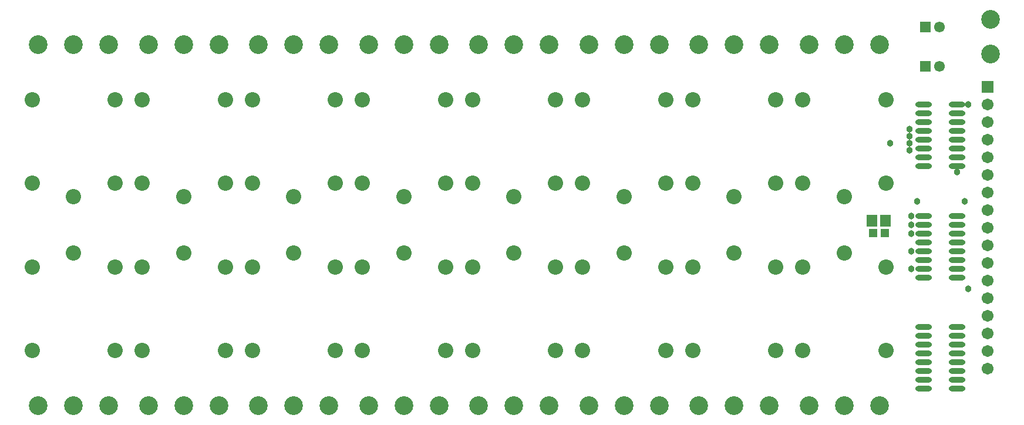
<source format=gts>
%FSDAX24Y24*%
%MOIN*%
%SFA1B1*%

%IPPOS*%
%ADD31O,0.094600X0.031600*%
%ADD32R,0.051300X0.047400*%
%ADD33R,0.059200X0.067100*%
%ADD34R,0.061100X0.061100*%
%ADD35C,0.061100*%
%ADD36R,0.067100X0.067100*%
%ADD37C,0.067100*%
%ADD38C,0.086700*%
%ADD39C,0.106400*%
%ADD40C,0.038000*%
%LNde-270124-1*%
%LPD*%
G54D31*
X061510Y029550D03*
Y029050D03*
Y028550D03*
Y028050D03*
Y027550D03*
Y027050D03*
Y026550D03*
Y026050D03*
X063400Y029550D03*
Y029050D03*
Y028550D03*
Y028050D03*
Y027550D03*
Y027050D03*
Y026550D03*
Y026050D03*
X061510Y023225D03*
Y022725D03*
Y022225D03*
Y021725D03*
Y021225D03*
Y020725D03*
Y020225D03*
Y019725D03*
X063400Y023225D03*
Y022725D03*
Y022225D03*
Y021725D03*
Y021225D03*
Y020725D03*
Y020225D03*
Y019725D03*
X061510Y016900D03*
Y016400D03*
Y015900D03*
Y015400D03*
Y014900D03*
Y014400D03*
Y013900D03*
Y013400D03*
X063400Y016900D03*
Y016400D03*
Y015900D03*
Y015400D03*
Y014900D03*
Y014400D03*
Y013900D03*
Y013400D03*
G54D32*
X059300Y022250D03*
X058631D03*
G54D33*
X058576Y022950D03*
X059324D03*
G54D34*
X061606Y031700D03*
Y033950D03*
G54D35*
X062394Y031700D03*
Y033950D03*
G54D36*
X065150Y030550D03*
G54D37*
X065150Y014550D03*
Y015550D03*
Y016550D03*
Y017550D03*
Y018550D03*
Y019550D03*
Y020550D03*
Y021550D03*
Y022550D03*
Y023550D03*
Y024550D03*
Y025550D03*
Y026550D03*
Y027550D03*
Y028550D03*
Y029550D03*
G54D38*
X035888Y015588D03*
X040612D03*
X035888Y020312D03*
X040612D03*
X038250Y021100D03*
X053112Y029812D03*
X048388D03*
X053112Y025088D03*
X048388D03*
X050750Y024300D03*
X015612Y029812D03*
X010888D03*
X015612Y025088D03*
X010888D03*
X013250Y024300D03*
X029638Y015588D03*
X034362D03*
X029638Y020312D03*
X034362D03*
X032000Y021100D03*
X059362Y029812D03*
X054638D03*
X059362Y025088D03*
X054638D03*
X057000Y024300D03*
X021862Y029812D03*
X017138D03*
X021862Y025088D03*
X017138D03*
X019500Y024300D03*
X023388Y015588D03*
X028112D03*
X023388Y020312D03*
X028112D03*
X025750Y021100D03*
X054638Y015588D03*
X059362D03*
X054638Y020312D03*
X059362D03*
X057000Y021100D03*
X028112Y029812D03*
X023388D03*
X028112Y025088D03*
X023388D03*
X025750Y024300D03*
X017138Y015588D03*
X021862D03*
X017138Y020312D03*
X021862D03*
X019500Y021100D03*
X048388Y015588D03*
X053112D03*
X048388Y020312D03*
X053112D03*
X050750Y021100D03*
X034362Y029812D03*
X029638D03*
X034362Y025088D03*
X029638D03*
X032000Y024300D03*
X010888Y015588D03*
X015612D03*
X010888Y020312D03*
X015612D03*
X013250Y021100D03*
X042138Y015588D03*
X046862D03*
X042138Y020312D03*
X046862D03*
X044500Y021100D03*
X040612Y029812D03*
X035888D03*
X040612Y025088D03*
X035888D03*
X038250Y024300D03*
X046862Y029812D03*
X042138D03*
X046862Y025088D03*
X042138D03*
X044500Y024300D03*
G54D39*
X036250Y012450D03*
X038250D03*
X040250D03*
X052750Y032950D03*
X050750D03*
X048750D03*
X015250D03*
X013250D03*
X011250D03*
X030000Y012450D03*
X032000D03*
X034000D03*
X059000Y032950D03*
X057000D03*
X055000D03*
X021500D03*
X019500D03*
X017500D03*
X023750Y012450D03*
X025750D03*
X027750D03*
X055000D03*
X057000D03*
X059000D03*
X027750Y032950D03*
X025750D03*
X023750D03*
X017500Y012450D03*
X019500D03*
X021500D03*
X048750D03*
X050750D03*
X052750D03*
X034000Y032950D03*
X032000D03*
X030000D03*
X011250Y012450D03*
X013250D03*
X015250D03*
X042500D03*
X044500D03*
X046500D03*
X040250Y032950D03*
X038250D03*
X036250D03*
X065300Y032416D03*
Y034384D03*
X046500Y032950D03*
X044500D03*
X042500D03*
G54D40*
X060800Y023225D03*
Y020225D03*
Y021225D03*
Y022725D03*
Y022225D03*
X063400Y025700D03*
X060700Y026950D03*
Y027750D03*
Y028150D03*
X059600Y027350D03*
X064050Y029550D03*
Y019075D03*
X061150Y024050D03*
X063850D03*
X060700Y027350D03*
M02*
</source>
